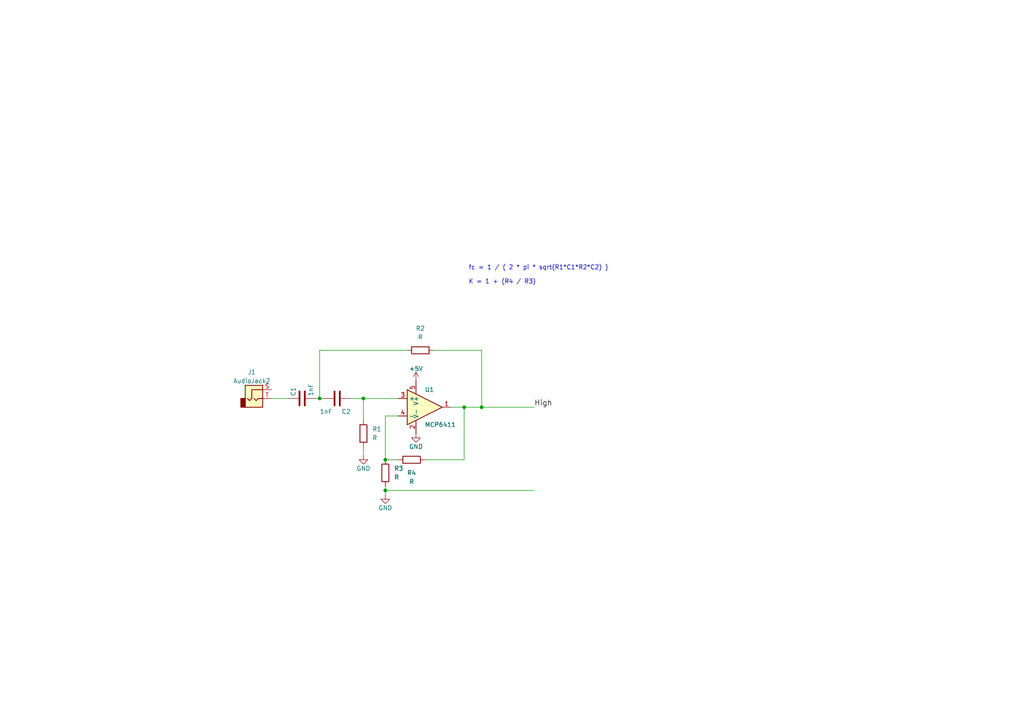
<source format=kicad_sch>
(kicad_sch (version 20230121) (generator eeschema)
  (paper "A4")
  (lib_symbols
    (symbol "Connector_Audio:AudioJack2"
      (property "Reference" "J" (at 0 8.89 0))
      (property "Value" "AudioJack2" (at 0 6.35 0))
      (symbol "AudioJack2_0_1"
        (rectangle (start -3.81 0) (end -2.54 -2.54) (stroke (width 0.254)) (fill (type outline)))
        (rectangle (start -2.54 3.81) (end 2.54 -2.54) (stroke (width 0.254)) (fill (type background)))
        (polyline (pts (xy 0 0) (xy 0.635 -0.635) (xy 1.27 0) (xy 2.54 0)) (stroke (width 0.254)))
        (polyline (pts (xy 2.54 2.54) (xy -0.635 2.54) (xy -0.635 0) (xy -1.27 -0.635) (xy -1.905 0)) (stroke (width 0.254)))
      )
      (symbol "AudioJack2_1_1"
        (pin passive line (at 5.08 2.54 180) (length 2.54) (name "~") (number "S"))
        (pin passive line (at 5.08 0 180) (length 2.54) (name "~") (number "T"))
      )
    )
    (symbol "Device:R" (pin_numbers hide) (pin_names (offset 0))
      (property "Reference" "R" (at 2.032 0 90))
      (property "Value" "R" (at 0 0 90))
      (symbol "R_0_1"
        (rectangle (start -1.016 -2.54) (end 1.016 2.54) (stroke (width 0.254)))
      )
      (symbol "R_1_1"
        (pin passive line (at 0 3.81 270) (length 1.27) (name "~") (number "1"))
        (pin passive line (at 0 -3.81 90) (length 1.27) (name "~") (number "2"))
      )
    )
    (symbol "KC_3xNixieBargraphHat-rescue:+5V" (power) (pin_names (offset 0))
      (property "Value" "+5V" (at 0 3.556 0))
      (symbol "+5V_0_1"
        (polyline (pts (xy -0.762 1.27) (xy 0 2.54)))
        (polyline (pts (xy 0 0) (xy 0 2.54)))
        (polyline (pts (xy 0 2.54) (xy 0.762 1.27)))
      )
      (symbol "+5V_1_1"
        (pin power_in line (at 0 0 90) (length 0) hide (name "+5V") (number "1"))
      )
    )
    (symbol "KC_3xNixieBargraphHat-rescue:C" (pin_numbers hide) (pin_names (offset 0.254))
      (property "Reference" "C" (at 0.635 2.54 0))
      (property "Value" "C" (at 0.635 -2.54 0))
      (symbol "C_0_1"
        (polyline (pts (xy -2.032 -0.762) (xy 2.032 -0.762)) (stroke (width 0.508)))
        (polyline (pts (xy -2.032 0.762) (xy 2.032 0.762)) (stroke (width 0.508)))
      )
      (symbol "C_1_1"
        (pin passive line (at 0 3.81 270) (length 2.794) (name "~") (number "1"))
        (pin passive line (at 0 -3.81 90) (length 2.794) (name "~") (number "2"))
      )
    )
    (symbol "KC_3xNixieBargraphHat-rescue:GND" (power) (pin_names (offset 0))
      (property "Value" "GND" (at 0 -3.81 0))
      (symbol "GND_0_1"
        (polyline (pts (xy 0 0) (xy 0 -1.27) (xy 1.27 -1.27) (xy 0 -2.54) (xy -1.27 -1.27) (xy 0 -1.27)))
      )
      (symbol "GND_1_1"
        (pin power_in line (at 0 0 270) (length 0) hide (name "GND") (number "1"))
      )
    )
    (symbol "KC_3xNixieBargraphHat-rescue:MCP6001"
      (property "Reference" "U" (at 0 5.08 0))
      (property "Value" "MCP6001" (at 0 -5.08 0))
      (symbol "MCP6001_0_1"
        (polyline (pts (xy -5.08 5.08) (xy 5.08 0) (xy -5.08 -5.08) (xy -5.08 5.08)) (stroke (width 0.254)) (fill (type background)))
        (pin power_in line (at -2.54 -7.62 90) (length 3.81) (name "V-") (number "2"))
        (pin power_in line (at -2.54 7.62 270) (length 3.81) (name "V+") (number "5"))
      )
      (symbol "MCP6001_1_1"
        (pin output line (at 7.62 0 180) (length 2.54) (name "~") (number "1"))
        (pin input line (at -7.62 2.54 0) (length 2.54) (name "+") (number "3"))
        (pin input line (at -7.62 -2.54 0) (length 2.54) (name "-") (number "4"))
      )
    )
  )
  (junction (at 134.62 118.11))
  (junction (at 92.71 115.57))
  (junction (at 111.76 133.35))
  (junction (at 105.41 115.57))
  (junction (at 111.76 142.24))
  (junction (at 139.7 118.11))
  (wire (pts (xy 111.76 120.65) (xy 111.76 133.35)))
  (wire (pts (xy 134.62 133.35) (xy 134.62 118.11)))
  (wire (pts (xy 134.62 118.11) (xy 130.81 118.11)))
  (wire (pts (xy 92.71 115.57) (xy 93.98 115.57)))
  (wire (pts (xy 105.41 115.57) (xy 105.41 121.92)))
  (wire (pts (xy 111.76 120.65) (xy 115.57 120.65)))
  (wire (pts (xy 91.44 115.57) (xy 92.71 115.57)))
  (wire (pts (xy 105.41 115.57) (xy 115.57 115.57)))
  (wire (pts (xy 125.73 101.6) (xy 139.7 101.6)))
  (wire (pts (xy 111.76 142.24) (xy 111.76 143.51)))
  (wire (pts (xy 101.6 115.57) (xy 105.41 115.57)))
  (wire (pts (xy 92.71 101.6) (xy 118.11 101.6)))
  (wire (pts (xy 78.74 115.57) (xy 83.82 115.57)))
  (wire (pts (xy 92.71 101.6) (xy 92.71 115.57)))
  (wire (pts (xy 134.62 118.11) (xy 139.7 118.11)))
  (wire (pts (xy 123.19 133.35) (xy 134.62 133.35)))
  (wire (pts (xy 111.76 142.24) (xy 154.94 142.24)))
  (wire (pts (xy 139.7 118.11) (xy 154.94 118.11)))
  (wire (pts (xy 111.76 133.35) (xy 115.57 133.35)))
  (wire (pts (xy 139.7 101.6) (xy 139.7 118.11)))
  (wire (pts (xy 111.76 142.24) (xy 111.76 140.97)))
  (wire (pts (xy 105.41 132.08) (xy 105.41 129.54)))
  (text "fc = 1 / ( 2 * pi * sqrt(R1*C1*R2*C2) )\n\nK = 1 + (R4 / R3)" (at 135.89 82.55 0) (effects (font (size 1.27 1.27)) (justify left bottom)))
  (label "High" (at 154.94 118.11 0) (effects (font (size 1.524 1.524))))
  (symbol (lib_id "Device:R") (at 121.92 101.6 90) (unit 1)
    (property "Reference" "R2" (at 121.92 95.25 90))
    (property "Value" "R" (at 121.92 97.79 90))
  )
  (symbol (lib_id "Device:R") (at 119.38 133.35 270) (unit 1)
    (property "Reference" "R4" (at 119.38 137.16 90))
    (property "Value" "R" (at 119.38 139.7 90))
  )
  (symbol (lib_id "KC_3xNixieBargraphHat-rescue:C") (at 97.79 115.57 270) (unit 1)
    (property "Reference" "C2" (at 99.06 119.38 90) (effects (justify left)))
    (property "Value" "1nF" (at 92.71 119.38 90) (effects (justify left)))
    (property "Footprint" "Capacitor_SMD:C_0805_2012Metric_Pad1.18x1.45mm_HandSolder" (effects hide))
    (property "Datasheet" "https://www.digikey.com/product-detail/en/kemet/C0805C102J5HACAUTO/399-16591-1-ND/7943643" (effects hide))
    (property "MPN" "C0805C102J5HACAUTO" (effects hide))
  )
  (symbol (lib_id "KC_3xNixieBargraphHat-rescue:C") (at 87.63 115.57 90) (unit 1)
    (property "Reference" "C1" (at 85.09 114.935 0) (effects (justify left)))
    (property "Value" "1nF" (at 90.17 114.935 0) (effects (justify left)))
    (property "Footprint" "Capacitor_SMD:C_0805_2012Metric_Pad1.18x1.45mm_HandSolder" (effects hide))
    (property "Datasheet" "https://www.digikey.com/product-detail/en/kemet/C0805C102J5HACAUTO/399-16591-1-ND/7943643" (effects hide))
    (property "MPN" "C0805C102J5HACAUTO" (effects hide))
  )
  (symbol (lib_id "KC_3xNixieBargraphHat-rescue:GND") (at 105.41 132.08 0) (unit 1)
    (property "Reference" "#PWR01" (effects hide))
    (property "Value" "GND" (at 105.41 135.89 0))
  )
  (symbol (lib_id "Device:R") (at 111.76 137.16 0) (unit 1)
    (property "Reference" "R3" (at 114.3 135.89 0) (effects (justify left)))
    (property "Value" "R" (at 114.3 138.43 0) (effects (justify left)))
  )
  (symbol (lib_id "KC_3xNixieBargraphHat-rescue:MCP6001") (at 123.19 118.11 0) (unit 1)
    (property "Reference" "U1" (at 123.19 113.03 0) (effects (justify left)))
    (property "Value" "MCP6411" (at 123.19 123.19 0) (effects (justify left)))
    (property "Footprint" "Package_TO_SOT_SMD:TSOT-23-5_HandSoldering" (effects hide))
    (property "Datasheet" "http://ww1.microchip.com/downloads/en/DeviceDoc/20005791B.pdf" (effects hide))
    (property "MPN" "MCP6411T-E/OT" (effects hide))
  )
  (symbol (lib_id "KC_3xNixieBargraphHat-rescue:GND") (at 120.65 125.73 0) (unit 1)
    (property "Reference" "#PWR08" (effects hide))
    (property "Value" "GND" (at 120.65 129.54 0))
  )
  (symbol (lib_id "Device:R") (at 105.41 125.73 0) (unit 1)
    (property "Reference" "R1" (at 107.95 124.46 0) (effects (justify left)))
    (property "Value" "R" (at 107.95 127 0) (effects (justify left)))
  )
  (symbol (lib_id "Connector_Audio:AudioJack2") (at 73.66 115.57 0) (unit 1)
    (property "Reference" "J1" (at 73.025 107.95 0))
    (property "Value" "AudioJack2" (at 73.025 110.49 0))
  )
  (symbol (lib_id "KC_3xNixieBargraphHat-rescue:GND") (at 111.76 143.51 0) (unit 1)
    (property "Reference" "#PWR05" (effects hide))
    (property "Value" "GND" (at 111.76 147.32 0))
  )
  (symbol (lib_id "KC_3xNixieBargraphHat-rescue:+5V") (at 120.65 110.49 0) (unit 1)
    (property "Reference" "#PWR07" (effects hide))
    (property "Value" "+5V" (at 120.65 106.934 0))
  )
)
</source>
